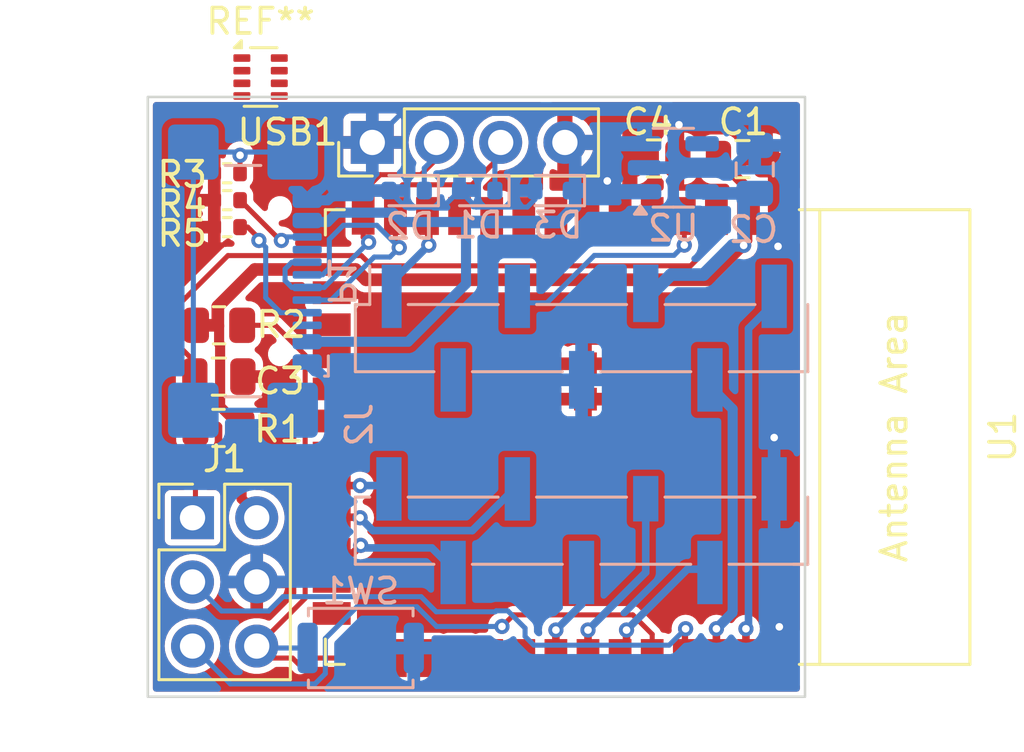
<source format=kicad_pcb>
(kicad_pcb (version 20240108) (generator "pcbnew") (generator_version "8.0")
  (title_block (comment 4 "AISLER Project ID: KAHHELQO"))
  (layers (0 "F.Cu" signal) (31 "B.Cu" signal) (34 "B.Paste" user) (35 "F.Paste" user) (36 "B.SilkS" user "B.Silkscreen") (37 "F.SilkS" user "F.Silkscreen") (38 "B.Mask" user) (39 "F.Mask" user) (44 "Edge.Cuts" user))
  (net 0 "")
  (net 1 "GND")
  (net 2 "EN")
  (net 3 "+3.3V")
  (net 4 "USB_D-")
  (net 5 "USB_D+")
  (net 6 "Vusb")
  (net 7 "LED")
  (net 9 "INH")
  (net 10 "ALERT")
  (net 11 "ADC_Vin")
  (net 12 "NTC")
  (net 13 "SD")
  (net 14 "INL")
  (net 15 "SDA")
  (net 16 "SCL")
  (net 17 "BflowSD")
  (net 18 "IO0")
  (net 19 "TX")
  (net 20 "RX")
  (net 21 "SPIQ")
  (net 24 "SPICLK")
  (net 26 "SPID")
  (net 34 "SPICS")
  (net 41 "Net-(P1-SHIELD)")
  (net 42 "Net-(P1-VCONN)")
  (net 43 "Net-(P1-CC)")
  (footprint "Connector_PinHeader_2.54mm:PinHeader_1x04_P2.54mm_Vertical" (layer "F.Cu") (at 102.7176 39.37 90)
    (property "Reference" "USB1" (at 0.4064 -3.3528 180) (layer "F.SilkS"))
    (property "Value" "USBConn_01x04_Pin")
    (fp_line (start -1.33 -1.33) (end 0 -1.33) (stroke (width 0.12)) (layer "F.SilkS"))
    (fp_line (start -1.33 0) (end -1.33 -1.33) (stroke (width 0.12)) (layer "F.SilkS"))
    (fp_line (start 1.33 1.27) (end 1.33 8.95) (stroke (width 0.12)) (layer "F.SilkS"))
    (fp_line (start -1.33 1.27) (end 1.33 1.27) (stroke (width 0.12)) (layer "F.SilkS"))
    (fp_line (start -1.33 1.27) (end -1.33 8.95) (stroke (width 0.12)) (layer "F.SilkS"))
    (fp_line (start -1.33 8.95) (end 1.33 8.95) (stroke (width 0.12)) (layer "F.SilkS"))
    (pad "1" thru_hole rect (at 0 0 90) (size 1.7 1.7) (drill 1) (layers "*.Cu" "*.Mask") (net 1 "GND"))
    (pad "2" thru_hole oval (at 0 2.54 90) (size 1.7 1.7) (drill 1) (layers "*.Cu" "*.Mask") (net 5 "USB_D+"))
    (pad "3" thru_hole oval (at 0 5.08 90) (size 1.7 1.7) (drill 1) (layers "*.Cu" "*.Mask") (net 4 "USB_D-"))
    (pad "4" thru_hole oval (at 0 7.62 90) (size 1.7 1.7) (drill 1) (layers "*.Cu" "*.Mask") (net 6 "Vusb"))
  )
  (footprint "Capacitor_SMD:C_0805_2012Metric" (layer "F.Cu") (at 96.647 48.641 180)
    (property "Reference" "C3" (at -2.413 -0.1778 0) (layer "F.SilkS"))
    (property "Value" "1uF, 16V")
    (fp_line (start -0.261252 0.735) (end 0.261252 0.735) (stroke (width 0.12)) (layer "F.SilkS"))
    (fp_line (start -0.261252 -0.735) (end 0.261252 -0.735) (stroke (width 0.12)) (layer "F.SilkS"))
    (pad "1" smd roundrect (at -0.95 0 180) (size 1 1.45) (layers "F.Cu" "F.Paste" "F.Mask") (net 1 "GND"))
    (pad "2" smd roundrect (at 0.95 0 180) (size 1 1.45) (layers "F.Cu" "F.Paste" "F.Mask") (net 2 "EN"))
  )
  (footprint "Capacitor_SMD:C_0805_2012Metric" (layer "F.Cu") (at 113.858 40.005)
    (property "Reference" "C4" (at -0.2184 -1.4478 180) (layer "F.SilkS"))
    (property "Value" "1uF, 16V")
    (fp_line (start -0.261252 -0.735) (end 0.261252 -0.735) (stroke (width 0.12)) (layer "F.SilkS"))
    (fp_line (start -0.261252 0.735) (end 0.261252 0.735) (stroke (width 0.12)) (layer "F.SilkS"))
    (pad "1" smd roundrect (at -0.95 0) (size 1 1.45) (layers "F.Cu" "F.Paste" "F.Mask") (net 6 "Vusb"))
    (pad "2" smd roundrect (at 0.95 0) (size 1 1.45) (layers "F.Cu" "F.Paste" "F.Mask") (net 1 "GND"))
  )
  (footprint "open-pe:ESP32-S3-WROOM-1-noPIN15" (layer "F.Cu") (at 110.612 51.033 -90)
    (property "Reference" "U1" (at 0 -17.05 90) (layer "F.SilkS"))
    (property "Value" "ESP32-S3-WROOM-1")
    (fp_line (start -9 9.75) (end -8 9.75) (stroke (width 0.12)) (layer "F.SilkS"))
    (fp_line (start 9 9.75) (end 8 9.75) (stroke (width 0.12)) (layer "F.SilkS"))
    (fp_line (start -9 9) (end -9 9.75) (stroke (width 0.12)) (layer "F.SilkS"))
    (fp_line (start 9 9) (end 9 9.75) (stroke (width 0.12)) (layer "F.SilkS"))
    (fp_line (start 9 -9.81) (end -9 -9.81) (stroke (width 0.12)) (layer "F.SilkS"))
    (fp_line (start -9 -15.75) (end -9 -9) (stroke (width 0.12)) (layer "F.SilkS"))
    (fp_line (start -9 -15.75) (end 9 -15.75) (stroke (width 0.12)) (layer "F.SilkS"))
    (fp_line (start 9 -15.75) (end 9 -9) (stroke (width 0.12)) (layer "F.SilkS"))
    (fp_text user "Antenna Area" (at 0 -12.75 90) (layer "F.SilkS"))
    (pad "1" smd rect (at -8.75 -8.26 270) (size 1.5 0.9) (layers "F.Cu" "F.Paste" "F.Mask") (net 1 "GND"))
    (pad "2" smd rect (at -8.75 -6.99 270) (size 1.5 0.9) (layers "F.Cu" "F.Paste" "F.Mask") (net 3 "+3.3V"))
    (pad "3" smd rect (at -8.75 -5.72 270) (size 1.5 0.9) (layers "F.Cu" "F.Paste" "F.Mask") (net 2 "EN"))
    (pad "4" smd rect (at -8.75 -4.45 270) (size 1.5 0.9) (layers "F.Cu" "F.Paste" "F.Mask") (net 11 "ADC_Vin"))
    (pad "5" smd rect (at -8.75 -3.18 270) (size 1.5 0.9) (layers "F.Cu" "F.Paste" "F.Mask"))
    (pad "6" smd rect (at -8.75 -1.91 270) (size 1.5 0.9) (layers "F.Cu" "F.Paste" "F.Mask"))
    (pad "7" smd rect (at -8.75 -0.64 270) (size 1.5 0.9) (layers "F.Cu" "F.Paste" "F.Mask"))
    (pad "8" smd rect (at -8.75 0.63 270) (size 1.5 0.9) (layers "F.Cu" "F.Paste" "F.Mask"))
    (pad "9" smd rect (at -8.75 1.9 270) (size 1.5 0.9) (layers "F.Cu" "F.Paste" "F.Mask"))
    (pad "10" smd rect (at -8.75 3.17 270) (size 1.5 0.9) (layers "F.Cu" "F.Paste" "F.Mask"))
    (pad "11" smd rect (at -8.75 4.44 270) (size 1.5 0.9) (layers "F.Cu" "F.Paste" "F.Mask"))
    (pad "12" smd rect (at -8.75 5.71 270) (size 1.5 0.9) (layers "F.Cu" "F.Paste" "F.Mask") (net 12 "NTC"))
    (pad "13" smd rect (at -8.75 6.98 270) (size 1.5 0.9) (layers "F.Cu" "F.Paste" "F.Mask") (net 4 "USB_D-"))
    (pad "14" smd rect (at -8.763 8.255 270) (size 1.5 0.9) (layers "F.Cu" "F.Paste" "F.Mask") (net 5 "USB_D+"))
    (pad "16" smd rect (at -5.715 9.5) (size 1.5 0.9) (layers "F.Cu" "F.Paste" "F.Mask") (net 1 "GND"))
    (pad "17" smd rect (at -4.445 9.5) (size 1.5 0.9) (layers "F.Cu" "F.Paste" "F.Mask"))
    (pad "18" smd rect (at -3.175 9.5) (size 1.5 0.9) (layers "F.Cu" "F.Paste" "F.Mask") (net 34 "SPICS"))
    (pad "19" smd rect (at -1.905 9.5) (size 1.5 0.9) (layers "F.Cu" "F.Paste" "F.Mask") (net 26 "SPID"))
    (pad "20" smd rect (at -0.635 9.5) (size 1.5 0.9) (layers "F.Cu" "F.Paste" "F.Mask") (net 24 "SPICLK"))
    (pad "21" smd rect (at 0.635 9.5) (size 1.5 0.9) (layers "F.Cu" "F.Paste" "F.Mask") (net 21 "SPIQ"))
    (pad "22" smd rect (at 1.905 9.5) (size 1.5 0.9) (layers "F.Cu" "F.Paste" "F.Mask") (net 14 "INL"))
    (pad "23" smd rect (at 3.175 9.5) (size 1.5 0.9) (layers "F.Cu" "F.Paste" "F.Mask") (net 9 "INH"))
    (pad "24" smd rect (at 4.445 9.5) (size 1.5 0.9) (layers "F.Cu" "F.Paste" "F.Mask") (net 13 "SD"))
    (pad "25" smd rect (at 5.715 9.5) (size 1.5 0.9) (layers "F.Cu" "F.Paste" "F.Mask"))
    (pad "26" smd rect (at 6.985 9.5) (size 1.5 0.9) (layers "F.Cu" "F.Paste" "F.Mask"))
    (pad "27" smd rect (at 8.75 8.25 90) (size 1.5 0.9) (layers "F.Cu" "F.Paste" "F.Mask") (net 18 "IO0"))
    (pad "28" smd rect (at 8.75 6.98 90) (size 1.5 0.9) (layers "F.Cu" "F.Paste" "F.Mask"))
    (pad "29" smd rect (at 8.75 5.71 90) (size 1.5 0.9) (layers "F.Cu" "F.Paste" "F.Mask"))
    (pad "30" smd rect (at 8.75 4.44 90) (size 1.5 0.9) (layers "F.Cu" "F.Paste" "F.Mask"))
    (pad "31" smd rect (at 8.75 3.17 90) (size 1.5 0.9) (layers "F.Cu" "F.Paste" "F.Mask"))
    (pad "32" smd rect (at 8.75 1.9 90) (size 1.5 0.9) (layers "F.Cu" "F.Paste" "F.Mask"))
    (pad "33" smd rect (at 8.75 0.63 90) (size 1.5 0.9) (layers "F.Cu" "F.Paste" "F.Mask") (net 17 "BflowSD"))
    (pad "34" smd rect (at 8.75 -0.64 90) (size 1.5 0.9) (layers "F.Cu" "F.Paste" "F.Mask") (net 10 "ALERT"))
    (pad "35" smd rect (at 8.75 -1.91 90) (size 1.5 0.9) (layers "F.Cu" "F.Paste" "F.Mask") (net 15 "SDA"))
    (pad "36" smd rect (at 8.75 -3.18 90) (size 1.5 0.9) (layers "F.Cu" "F.Paste" "F.Mask") (net 20 "RX"))
    (pad "37" smd rect (at 8.75 -4.45 90) (size 1.5 0.9) (layers "F.Cu" "F.Paste" "F.Mask") (net 19 "TX"))
    (pad "38" smd rect (at 8.75 -5.72 90) (size 1.5 0.9) (layers "F.Cu" "F.Paste" "F.Mask") (net 16 "SCL"))
    (pad "39" smd rect (at 8.75 -6.99 90) (size 1.5 0.9) (layers "F.Cu" "F.Paste" "F.Mask") (net 7 "LED"))
    (pad "40" smd rect (at 8.75 -8.26 90) (size 1.5 0.9) (layers "F.Cu" "F.Paste" "F.Mask") (net 1 "GND"))
    (pad "41" smd rect (at -2.9 -1.94 90) (size 0.9 0.9) (layers "F.Cu" "F.Paste" "F.Mask") (net 1 "GND"))
    (pad "41" smd rect (at -2.9 -0.54 90) (size 0.9 0.9) (layers "F.Cu" "F.Paste" "F.Mask") (net 1 "GND"))
    (pad "41" smd rect (at -2.9 0.86 90) (size 0.9 0.9) (layers "F.Cu" "F.Paste" "F.Mask") (net 1 "GND"))
    (pad "41" smd rect (at -2.9 0.86 90) (size 0.9 0.9) (layers "F.Cu" "F.Paste" "F.Mask") (net 1 "GND"))
    (pad "41" smd rect (at -1.5 -1.94 90) (size 0.9 0.9) (layers "F.Cu" "F.Paste" "F.Mask") (net 1 "GND"))
    (pad "41" smd rect (at -1.5 -1.94 90) (size 0.9 0.9) (layers "F.Cu" "F.Paste" "F.Mask") (net 1 "GND"))
    (pad "41" smd rect (at -1.5 -0.54 90) (size 0.9 0.9) (layers "F.Cu" "F.Paste" "F.Mask") (net 1 "GND"))
    (pad "41" smd rect (at -1.5 0.86 90) (size 0.9 0.9) (layers "F.Cu" "F.Paste" "F.Mask") (net 1 "GND"))
    (pad "41" smd rect (at -0.1 -1.94 90) (size 0.9 0.9) (layers "F.Cu" "F.Paste" "F.Mask") (net 1 "GND"))
    (pad "41" smd rect (at -0.1 -0.54 90) (size 0.9 0.9) (layers "F.Cu" "F.Paste" "F.Mask") (net 1 "GND"))
    (pad "41" smd rect (at -0.1 0.86 90) (size 0.9 0.9) (layers "F.Cu" "F.Paste" "F.Mask") (net 1 "GND"))
    (zone (net 0) (net_name "") (layers "*.Cu") (name "antenna keepout") (connect_pads (clearance 0)) (min_thickness 0.254)
      (keepout (tracks not_allowed) (vias not_allowed) (pads not_allowed) (copperpour not_allowed) (footprints not_allowed))
      (fill (thermal_gap 0.508) (thermal_bridge_width 0.508))
      (polygon (pts (xy 120.412 60.033) (xy 120.412 42.033) (xy 126.362 42.033) (xy 126.362 60.033)))
    )
  )
  (footprint "Resistor_SMD:R_0805_2012Metric" (layer "F.Cu") (at 96.6337 50.673 180)
    (property "Reference" "R1" (at -2.3895 -0.0508 0) (layer "F.SilkS"))
    (property "Value" "10k")
    (fp_line (start -0.227064 0.735) (end 0.227064 0.735) (stroke (width 0.12)) (layer "F.SilkS"))
    (fp_line (start -0.227064 -0.735) (end 0.227064 -0.735) (stroke (width 0.12)) (layer "F.SilkS"))
    (pad "1" smd roundrect (at -0.9125 0 180) (size 1.025 1.4) (layers "F.Cu" "F.Paste" "F.Mask") (roundrect_rratio 0.243902) (net 3 "+3.3V"))
    (pad "2" smd roundrect (at 0.9125 0 180) (size 1.025 1.4) (layers "F.Cu" "F.Paste" "F.Mask") (roundrect_rratio 0.243902) (net 2 "EN"))
  )
  (footprint "Resistor_SMD:R_0402_1005Metric" (layer "F.Cu") (at 96.9772 42.7228 180)
    (property "Reference" "R5" (at 1.778 -0.254 0) (layer "F.SilkS"))
    (property "Value" "5k1R 1%")
    (fp_line (start -0.153641 0.38) (end 0.153641 0.38) (stroke (width 0.12)) (layer "F.SilkS"))
    (fp_line (start -0.153641 -0.38) (end 0.153641 -0.38) (stroke (width 0.12)) (layer "F.SilkS"))
    (pad "1" smd roundrect (at -0.51 0 180) (size 0.54 0.64) (layers "F.Cu" "F.Paste" "F.Mask") (net 43 "Net-(P1-CC)"))
    (pad "2" smd roundrect (at 0.51 0 180) (size 0.54 0.64) (layers "F.Cu" "F.Paste" "F.Mask") (net 1 "GND"))
  )
  (footprint "Package_TO_SOT_SMD:SOT-583-8" (layer "F.Cu") (at 98.298 36.7792)
    (property "Reference" "REF**" (at 0 -2.2 0) (layer "F.SilkS"))
    (property "Value" "SOT-583-8")
    (fp_line (start 0.65 -1.16) (end -0.4 -1.16) (stroke (width 0.12)) (layer "F.SilkS"))
    (fp_line (start 0.65 1.16) (end -0.65 1.16) (stroke (width 0.12)) (layer "F.SilkS"))
    (fp_poly (pts (xy -0.76 -1.16) (xy -1.04 -1.16) (xy -0.76 -1.44) (xy -0.76 -1.16)) (stroke (width 0.12)) (fill solid) (layer "F.SilkS"))
    (pad "1" smd roundrect (at -0.74 -0.75) (size 0.67 0.3) (layers "F.Cu" "F.Paste" "F.Mask") (roundrect_rratio 0.1666666667))
    (pad "2" smd roundrect (at -0.74 -0.25) (size 0.67 0.3) (layers "F.Cu" "F.Paste" "F.Mask") (roundrect_rratio 0.1666666667))
    (pad "3" smd roundrect (at -0.74 0.25) (size 0.67 0.3) (layers "F.Cu" "F.Paste" "F.Mask") (roundrect_rratio 0.1666666667))
    (pad "4" smd roundrect (at -0.74 0.75) (size 0.67 0.3) (layers "F.Cu" "F.Paste" "F.Mask") (roundrect_rratio 0.1666666667))
    (pad "5" smd roundrect (at 0.74 0.75) (size 0.67 0.3) (layers "F.Cu" "F.Paste" "F.Mask") (roundrect_rratio 0.1666666667))
    (pad "6" smd roundrect (at 0.74 0.25) (size 0.67 0.3) (layers "F.Cu" "F.Paste" "F.Mask") (roundrect_rratio 0.1666666667))
    (pad "7" smd roundrect (at 0.74 -0.25) (size 0.67 0.3) (layers "F.Cu" "F.Paste" "F.Mask") (roundrect_rratio 0.1666666667))
    (pad "8" smd roundrect (at 0.74 -0.75) (size 0.67 0.3) (layers "F.Cu" "F.Paste" "F.Mask") (roundrect_rratio 0.1666666667))
  )
  (footprint "Resistor_SMD:R_0402_1005Metric" (layer "F.Cu") (at 96.9752 40.5892 180)
    (property "Reference" "R3" (at 1.776 -0.0508 0) (layer "F.SilkS"))
    (property "Value" "0")
    (fp_line (start -0.153641 0.38) (end 0.153641 0.38) (stroke (width 0.12)) (layer "F.SilkS"))
    (fp_line (start -0.153641 -0.38) (end 0.153641 -0.38) (stroke (width 0.12)) (layer "F.SilkS"))
    (pad "1" smd roundrect (at -0.51 0 180) (size 0.54 0.64) (layers "F.Cu" "F.Paste" "F.Mask") (net 41 "Net-(P1-SHIELD)"))
    (pad "2" smd roundrect (at 0.51 0 180) (size 0.54 0.64) (layers "F.Cu" "F.Paste" "F.Mask") (net 1 "GND"))
  )
  (footprint "Capacitor_SMD:C_0805_2012Metric" (layer "F.Cu") (at 117.3632 40.0304 180)
    (property "Reference" "C1" (at -0.0356 1.4732 0) (layer "F.SilkS"))
    (property "Value" "100nF, 25V")
    (fp_line (start -0.261252 0.735) (end 0.261252 0.735) (stroke (width 0.12)) (layer "F.SilkS"))
    (fp_line (start -0.261252 -0.735) (end 0.261252 -0.735) (stroke (width 0.12)) (layer "F.SilkS"))
    (pad "1" smd roundrect (at -0.95 0 180) (size 1 1.45) (layers "F.Cu" "F.Paste" "F.Mask") (net 1 "GND"))
    (pad "2" smd roundrect (at 0.95 0 180) (size 1 1.45) (layers "F.Cu" "F.Paste" "F.Mask") (net 3 "+3.3V"))
  )
  (footprint "Resistor_SMD:R_0805_2012Metric" (layer "F.Cu") (at 96.6572 46.609)
    (property "Reference" "R2" (at 2.4536 -0.0254 0) (layer "F.SilkS"))
    (property "Value" "10k")
    (fp_line (start -0.227064 -0.735) (end 0.227064 -0.735) (stroke (width 0.12)) (layer "F.SilkS"))
    (fp_line (start -0.227064 0.735) (end 0.227064 0.735) (stroke (width 0.12)) (layer "F.SilkS"))
    (pad "1" smd roundrect (at -0.9125 0) (size 1.025 1.4) (layers "F.Cu" "F.Paste" "F.Mask") (roundrect_rratio 0.243902) (net 3 "+3.3V"))
    (pad "2" smd roundrect (at 0.9125 0) (size 1.025 1.4) (layers "F.Cu" "F.Paste" "F.Mask") (roundrect_rratio 0.243902) (net 18 "IO0"))
  )
  (footprint "Connector_PinHeader_2.54mm:PinHeader_2x03_P2.54mm_Vertical" (layer "F.Cu") (at 95.6056 54.229)
    (property "Reference" "J1" (at 1.27 -2.33 0) (layer "F.SilkS"))
    (property "Value" "Conn_02x03_ESP_PROG")
    (fp_line (start -1.33 -1.33) (end 0 -1.33) (stroke (width 0.12)) (layer "F.SilkS"))
    (fp_line (start -1.33 0) (end -1.33 -1.33) (stroke (width 0.12)) (layer "F.SilkS"))
    (fp_line (start -1.33 1.27) (end -1.33 6.41) (stroke (width 0.12)) (layer "F.SilkS"))
    (fp_line (start -1.33 1.27) (end 1.27 1.27) (stroke (width 0.12)) (layer "F.SilkS"))
    (fp_line (start -1.33 6.41) (end 3.87 6.41) (stroke (width 0.12)) (layer "F.SilkS"))
    (fp_line (start 1.27 -1.33) (end 3.87 -1.33) (stroke (width 0.12)) (layer "F.SilkS"))
    (fp_line (start 1.27 1.27) (end 1.27 -1.33) (stroke (width 0.12)) (layer "F.SilkS"))
    (fp_line (start 3.87 -1.33) (end 3.87 6.41) (stroke (width 0.12)) (layer "F.SilkS"))
    (pad "1" thru_hole rect (at 0 0) (size 1.7 1.7) (drill 1) (layers "*.Cu" "*.Mask") (net 2 "EN"))
    (pad "2" thru_hole oval (at 2.54 0) (size 1.7 1.7) (drill 1) (layers "*.Cu" "*.Mask") (net 3 "+3.3V"))
    (pad "3" thru_hole oval (at 0 2.54) (size 1.7 1.7) (drill 1) (layers "*.Cu" "*.Mask") (net 19 "TX"))
    (pad "4" thru_hole oval (at 2.54 2.54) (size 1.7 1.7) (drill 1) (layers "*.Cu" "*.Mask") (net 1 "GND"))
    (pad "5" thru_hole oval (at 0 5.08) (size 1.7 1.7) (drill 1) (layers "*.Cu" "*.Mask") (net 20 "RX"))
    (pad "6" thru_hole oval (at 2.54 5.08) (size 1.7 1.7) (drill 1) (layers "*.Cu" "*.Mask") (net 18 "IO0"))
  )
  (footprint "Resistor_SMD:R_0402_1005Metric" (layer "F.Cu") (at 96.9772 41.656 180)
    (property "Reference" "R4" (at 1.778 -0.1524 0) (layer "F.SilkS"))
    (property "Value" "5k1R 1%")
    (fp_line (start -0.153641 0.38) (end 0.153641 0.38) (stroke (width 0.12)) (layer "F.SilkS"))
    (fp_line (start -0.153641 -0.38) (end 0.153641 -0.38) (stroke (width 0.12)) (layer "F.SilkS"))
    (pad "1" smd roundrect (at -0.51 0 180) (size 0.54 0.64) (layers "F.Cu" "F.Paste" "F.Mask") (net 42 "Net-(P1-VCONN)"))
    (pad "2" smd roundrect (at 0.51 0 180) (size 0.54 0.64) (layers "F.Cu" "F.Paste" "F.Mask") (net 1 "GND"))
  )
  (footprint "Button_Switch_SMD:SW_Push_SPST_NO_Alps_SKRK" (layer "B.Cu") (at 102.2604 59.3852 180)
    (property "Reference" "SW1" (at 0 2.25 0) (layer "B.SilkS") (effects (justify mirror)))
    (property "Value" "TS-1088-AR02016")
    (fp_line (start 2.07 1.57) (end -2.07 1.57) (stroke (width 0.12)) (layer "B.SilkS"))
    (fp_line (start 2.07 1.27) (end 2.07 1.57) (stroke (width 0.12)) (layer "B.SilkS"))
    (fp_line (start 2.07 -1.57) (end 2.07 -1.27) (stroke (width 0.12)) (layer "B.SilkS"))
    (fp_line (start -2.07 1.57) (end -2.07 1.27) (stroke (width 0.12)) (layer "B.SilkS"))
    (fp_line (start -2.07 -1.27) (end -2.07 -1.57) (stroke (width 0.12)) (layer "B.SilkS"))
    (fp_line (start -2.07 -1.57) (end 2.07 -1.57) (stroke (width 0.12)) (layer "B.SilkS"))
    (pad "1" smd roundrect (at -2.1 0 180) (size 0.8 2) (layers "B.Cu" "B.Paste" "B.Mask") (net 1 "GND"))
    (pad "2" smd roundrect (at 2.1 0 180) (size 0.8 2) (layers "B.Cu" "B.Paste" "B.Mask") (net 18 "IO0"))
  )
  (footprint "Diode_SMD:D_SOD-523" (layer "B.Cu") (at 106.869 41.275 180)
    (property "Reference" "D1" (at -0.0396 -1.3716 0) (layer "B.SilkS") (effects (justify mirror)))
    (property "Value" "LESD5D5.0CT1G")
    (fp_line (start -1.26 0.6) (end 0.7 0.6) (stroke (width 0.12)) (layer "B.SilkS"))
    (fp_line (start -1.26 -0.6) (end 0.7 -0.6) (stroke (width 0.12)) (layer "B.SilkS"))
    (fp_line (start -1.26 -0.6) (end -1.26 0.6) (stroke (width 0.12)) (layer "B.SilkS"))
    (pad "1" smd roundrect (at -0.7 0) (size 0.6 0.7) (layers "B.Cu" "B.Paste" "B.Mask") (net 4 "USB_D-"))
    (pad "2" smd roundrect (at 0.7 0) (size 0.6 0.7) (layers "B.Cu" "B.Paste" "B.Mask") (net 1 "GND"))
  )
  (footprint "Diode_SMD:D_SOD-523" (layer "B.Cu") (at 104.075 41.275 180)
    (property "Reference" "D2" (at -0.1412 -1.4224 0) (layer "B.SilkS") (effects (justify mirror)))
    (property "Value" "LESD5D5.0CT1G")
    (fp_line (start -1.26 0.6) (end 0.7 0.6) (stroke (width 0.12)) (layer "B.SilkS"))
    (fp_line (start -1.26 -0.6) (end 0.7 -0.6) (stroke (width 0.12)) (layer "B.SilkS"))
    (fp_line (start -1.26 -0.6) (end -1.26 0.6) (stroke (width 0.12)) (layer "B.SilkS"))
    (pad "1" smd roundrect (at -0.7 0) (size 0.6 0.7) (layers "B.Cu" "B.Paste" "B.Mask") (net 5 "USB_D+"))
    (pad "2" smd roundrect (at 0.7 0) (size 0.6 0.7) (layers "B.Cu" "B.Paste" "B.Mask") (net 1 "GND"))
  )
  (footprint "Capacitor_SMD:C_0805_2012Metric" (layer "B.Cu") (at 117.8484 40.4368 90)
    (property "Reference" "C2" (at -2.3876 -0.0508 180) (layer "B.SilkS") (effects (justify mirror)))
    (property "Value" "1uF, 16V")
    (fp_line (start 0.261252 -0.735) (end -0.261252 -0.735) (stroke (width 0.12)) (layer "B.SilkS"))
    (fp_line (start 0.261252 0.735) (end -0.261252 0.735) (stroke (width 0.12)) (layer "B.SilkS"))
    (pad "1" smd roundrect (at -0.95 0 90) (size 1 1.45) (layers "B.Cu" "B.Paste" "B.Mask") (net 3 "+3.3V"))
    (pad "2" smd roundrect (at 0.95 0 90) (size 1 1.45) (layers "B.Cu" "B.Paste" "B.Mask") (net 1 "GND"))
  )
  (footprint "Package_TO_SOT_SMD:SOT-23-5" (layer "B.Cu") (at 114.6281 40.3708)
    (property "Reference" "U2" (at 0 2.4 0) (layer "B.SilkS") (effects (justify mirror)))
    (property "Value" "TLV70233_SOT23-5")
    (fp_line (start -0.8 -1.56) (end 0 -1.56) (stroke (width 0.12)) (layer "B.SilkS"))
    (fp_line (start -0.8 1.56) (end 0 1.56) (stroke (width 0.12)) (layer "B.SilkS"))
    (fp_line (start 0.8 -1.56) (end 0 -1.56) (stroke (width 0.12)) (layer "B.SilkS"))
    (fp_line (start 0.8 1.56) (end 0 1.56) (stroke (width 0.12)) (layer "B.SilkS"))
    (fp_poly (pts (xy -1.3 1.51) (xy -1.54 1.84) (xy -1.06 1.84) (xy -1.3 1.51)) (stroke (width 0.12)) (fill solid) (layer "B.SilkS"))
    (pad "1" smd roundrect (at -1.1375 0.95) (size 1.325 0.6) (layers "B.Cu" "B.Paste" "B.Mask") (net 6 "Vusb"))
    (pad "2" smd roundrect (at -1.1375 0) (size 1.325 0.6) (layers "B.Cu" "B.Paste" "B.Mask") (net 1 "GND"))
    (pad "3" smd roundrect (at -1.1375 -0.95) (size 1.325 0.6) (layers "B.Cu" "B.Paste" "B.Mask") (net 6 "Vusb"))
    (pad "4" smd roundrect (at 1.1375 -0.95) (size 1.325 0.6) (layers "B.Cu" "B.Paste" "B.Mask"))
    (pad "5" smd roundrect (at 1.1375 0.95) (size 1.325 0.6) (layers "B.Cu" "B.Paste" "B.Mask") (net 3 "+3.3V"))
  )
  (footprint "open-pe:PinHeader_2x07_P2.54mm_Vertical_SMD_Pin1Left_1" (layer "B.Cu") (at 110.965 47.117 -90)
    (property "Reference" "J2" (at 3.429 8.763 90) (layer "B.SilkS") (effects (justify mirror)))
    (property "Value" "Conn_02x07_Odd_Even")
    (fp_line (start 8.954 8.919) (end 6.294 8.919) (stroke (width 0.12)) (layer "B.SilkS"))
    (fp_line (start 1.33 8.917) (end -1.33 8.917) (stroke (width 0.12)) (layer "B.SilkS"))
    (fp_line (start 6.294 8.349) (end 6.294 8.919) (stroke (width 0.12)) (layer "B.SilkS"))
    (fp_line (start -2.85 8.347) (end -1.33 8.347) (stroke (width 0.12)) (layer "B.SilkS"))
    (fp_line (start -1.33 8.347) (end -1.33 8.917) (stroke (width 0.12)) (layer "B.SilkS"))
    (fp_line (start 8.954 5.809) (end 8.954 8.919) (stroke (width 0.12)) (layer "B.SilkS"))
    (fp_line (start 1.33 5.807) (end 1.33 8.917) (stroke (width 0.12)) (layer "B.SilkS"))
    (fp_line (start 6.294 3.269) (end 6.294 6.829) (stroke (width 0.12)) (layer "B.SilkS"))
    (fp_line (start -1.33 3.267) (end -1.33 6.827) (stroke (width 0.12)) (layer "B.SilkS"))
    (fp_line (start 8.954 0.729) (end 8.954 4.289) (stroke (width 0.12)) (layer "B.SilkS"))
    (fp_line (start 1.33 0.727) (end 1.33 4.287) (stroke (width 0.12)) (layer "B.SilkS"))
    (fp_line (start 6.294 -1.811) (end 6.294 1.749) (stroke (width 0.12)) (layer "B.SilkS"))
    (fp_line (start -1.33 -1.813) (end -1.33 1.747) (stroke (width 0.12)) (layer "B.SilkS"))
    (fp_line (start 8.954 -4.351) (end 8.954 -0.791) (stroke (width 0.12)) (layer "B.SilkS"))
    (fp_line (start 1.33 -4.353) (end 1.33 -0.793) (stroke (width 0.12)) (layer "B.SilkS"))
    (fp_line (start 6.294 -6.891) (end 6.294 -3.331) (stroke (width 0.12)) (layer "B.SilkS"))
    (fp_line (start -1.33 -6.893) (end -1.33 -3.333) (stroke (width 0.12)) (layer "B.SilkS"))
    (fp_line (start 8.954 -8.981) (end 8.954 -5.871) (stroke (width 0.12)) (layer "B.SilkS"))
    (fp_line (start 8.954 -8.981) (end 8.954 -8.411) (stroke (width 0.12)) (layer "B.SilkS"))
    (fp_line (start 8.954 -8.981) (end 6.294 -8.981) (stroke (width 0.12)) (layer "B.SilkS"))
    (fp_line (start 1.33 -8.983) (end 1.33 -5.873) (stroke (width 0.12)) (layer "B.SilkS"))
    (fp_line (start 1.33 -8.983) (end 1.33 -8.413) (stroke (width 0.12)) (layer "B.SilkS"))
    (fp_line (start 1.33 -8.983) (end -1.33 -8.983) (stroke (width 0.12)) (layer "B.SilkS"))
    (pad "1" smd rect (at -1.655 -7.653 270) (size 2.51 1) (layers "B.Cu" "B.Paste" "B.Mask") (net 7 "LED"))
    (pad "2" smd rect (at 5.969 -7.651 270) (size 2.51 1) (layers "B.Cu" "B.Paste" "B.Mask") (net 1 "GND"))
    (pad "3" smd rect (at 1.655 -5.113 270) (size 2.51 1) (layers "B.Cu" "B.Paste" "B.Mask") (net 16 "SCL"))
    (pad "4" smd rect (at 9.279 -5.111 270) (size 2.51 1) (layers "B.Cu" "B.Paste" "B.Mask") (net 15 "SDA"))
    (pad "5" smd rect (at -1.7725 -2.573 270) (size 2.275 1) (layers "B.Cu" "B.Paste" "B.Mask") (net 3 "+3.3V"))
    (pad "6" smd rect (at 6.358 -2.571 270) (size 1.8 1) (layers "B.Cu" "B.Paste" "B.Mask") (net 10 "ALERT"))
    (pad "7" smd rect (at 1.651 -0.033 270) (size 2.286 1) (layers "B.Cu" "B.Paste" "B.Mask") (net 1 "GND"))
    (pad "8" smd rect (at 9.279 -0.031 270) (size 2.51 1) (layers "B.Cu" "B.Paste" "B.Mask") (net 17 "BflowSD"))
    (pad "9" smd rect (at -1.655 2.507 270) (size 2.51 1) (layers "B.Cu" "B.Paste" "B.Mask") (net 11 "ADC_Vin"))
    (pad "10" smd rect (at 5.969 2.509 270) (size 2.51 1) (layers "B.Cu" "B.Paste" "B.Mask") (net 9 "INH"))
    (pad "11" smd rect (at 1.655 5.047 270) (size 2.51 1) (layers "B.Cu" "B.Paste" "B.Mask"))
    (pad "12" smd rect (at 9.279 5.049 270) (size 2.51 1) (layers "B.Cu" "B.Paste" "B.Mask") (net 13 "SD"))
    (pad "13" smd rect (at -1.655 7.4805 270) (size 2.51 0.787) (layers "B.Cu" "B.Paste" "B.Mask") (net 12 "NTC"))
    (pad "14" smd rect (at 5.969 7.589 270) (size 2.51 1) (layers "B.Cu" "B.Paste" "B.Mask") (net 14 "INL"))
  )
  (footprint "Diode_SMD:D_SOD-523" (layer "B.Cu") (at 109.855 41.275 180)
    (property "Reference" "D3" (at -0.2032 -1.3716 0) (layer "B.SilkS") (effects (justify mirror)))
    (property "Value" "LESD5D5.0CT1G")
    (fp_line (start -1.26 0.6) (end 0.7 0.6) (stroke (width 0.12)) (layer "B.SilkS"))
    (fp_line (start -1.26 -0.6) (end 0.7 -0.6) (stroke (width 0.12)) (layer "B.SilkS"))
    (fp_line (start -1.26 -0.6) (end -1.26 0.6) (stroke (width 0.12)) (layer "B.SilkS"))
    (pad "1" smd roundrect (at -0.7 0) (size 0.6 0.7) (layers "B.Cu" "B.Paste" "B.Mask") (net 6 "Vusb"))
    (pad "2" smd roundrect (at 0.7 0) (size 0.6 0.7) (layers "B.Cu" "B.Paste" "B.Mask") (net 1 "GND"))
  )
  (footprint "open-pe:USB_C_Receptacle_GCT_USB4110" (layer "B.Cu") (at 96.463 44.861 90)
    (property "Reference" "P1" (at 0 5.015 -90) (layer "B.SilkS") (effects (justify mirror)))
    (property "Value" "QTGM027")
    (fp_line (start 4.58 1.845) (end 4.58 0.435) (stroke (width 0.12)) (layer "B.SilkS"))
    (fp_line (start -4.58 1.845) (end -4.58 0.435) (stroke (width 0.12)) (layer "B.SilkS"))
    (fp_line (start -3.76 4.365) (end -3.76 4.515) (stroke (width 0.12)) (layer "B.SilkS"))
    (fp_line (start -3.76 4.515) (end -2.96 4.515) (stroke (width 0.12)) (layer "B.SilkS"))
    (pad "" np_thru_hole circle (at -2.89 2.605 90) (size 0.65 0.65) (drill 0.65) (layers "F&B.Cu" "*.Mask"))
    (pad "" np_thru_hole circle (at 2.89 2.605 90) (size 0.65 0.65) (drill 0.65) (layers "F&B.Cu" "*.Mask"))
    (pad "A1" smd roundrect (at -3.2 3.68 90) (size 0.6 1.15) (layers "B.Cu" "B.Paste" "B.Mask") (net 1 "GND"))
    (pad "A4" smd roundrect (at -2.4 3.68 90) (size 0.6 1.15) (layers "B.Cu" "B.Paste" "B.Mask") (net 6 "Vusb"))
    (pad "A5" smd roundrect (at -1.25 3.68 90) (size 0.3 1.15) (layers "B.Cu" "B.Paste" "B.Mask") (net 43 "Net-(P1-CC)"))
    (pad "A6" smd roundrect (at -0.25 3.68 90) (size 0.3 1.15) (layers "B.Cu" "B.Paste" "B.Mask") (net 5 "USB_D+"))
    (pad "A6" smd roundrect (at 0.75 3.675 90) (size 0.3 1.15) (layers "B.Cu" "B.Paste" "B.Mask") (net 5 "USB_D+"))
    (pad "A7" smd roundrect (at -0.75 3.675 90) (size 0.3 1.15) (layers "B.Cu" "B.Paste" "B.Mask") (net 4 "USB_D-"))
    (pad "A7" smd roundrect (at 0.25 3.68 90) (size 0.3 1.15) (layers "B.Cu" "B.Paste" "B.Mask") (net 4 "USB_D-"))
    (pad "A8" smd roundrect (at 1.25 3.68 90) (size 0.3 1.15) (layers "B.Cu" "B.Paste" "B.Mask"))
    (pad "A9" smd roundrect (at 2.4 3.68 90) (size 0.6 1.15) (layers "B.Cu" "B.Paste" "B.Mask") (net 6 "Vusb"))
    (pad "A12" smd roundrect (at 3.2 3.68 90) (size 0.6 1.15) (layers "B.Cu" "B.Paste" "B.Mask") (net 1 "GND"))
    (pad "B1" smd roundrect (at 3.2 3.68 90) (size 0.6 1.15) (layers "B.Cu" "B.Paste" "B.Mask") (net 1 "GND"))
    (pad "B4" smd roundrect (at 2.4 3.68 90) (size 0.6 1.15) (layers "B.Cu" "B.Paste" "B.Mask") (net 6 "Vusb"))
    (pad "B5" smd roundrect (at 1.75 3.68 90) (size 0.3 1.15) (layers "B.Cu" "B.Paste" "B.Mask") (net 42 "Net-(P1-VCONN)"))
    (pad "B8" smd roundrect (at -1.75 3.68 90) (size 0.3 1.15) (layers "B.Cu" "B.Paste" "B.Mask"))
    (pad "B9" smd roundrect (at -2.4 3.68 90) (size 0.6 1.15) (layers "B.Cu" "B.Paste" "B.Mask") (net 6 "Vusb"))
    (pad "B12" smd roundrect (at -3.2 3.68 90) (size 0.6 1.15) (layers "B.Cu" "B.Paste" "B.Mask") (net 1 "GND"))
    (pad "S1" smd roundrect (at -5.11 -0.825 90) (size 2.18 2) (layers "B.Cu" "B.Paste" "B.Mask") (roundrect_rratio 0.125) (net 41 "Net-(P1-SHIELD)"))
    (pad "S1" smd roundrect (at -5.11 3.105 90) (size 2.18 2) (layers "B.Cu" "B.Paste" "B.Mask") (roundrect_rratio 0.125) (net 41 "Net-(P1-SHIELD)"))
    (pad "S1" smd roundrect (at 5.11 -0.825 90) (size 2.18 2) (layers "B.Cu" "B.Paste" "B.Mask") (roundrect_rratio 0.125) (net 41 "Net-(P1-SHIELD)"))
    (pad "S1" smd roundrect (at 5.11 3.105 90) (size 2.18 2) (layers "B.Cu" "B.Paste" "B.Mask") (roundrect_rratio 0.125) (net 41 "Net-(P1-SHIELD)"))
  )
  (gr_rect (start 93.8372 37.5696) (end 119.8372 61.3156) (stroke (width 0.1)) (fill none) (layer "Edge.Cuts"))
  (segment (start 118.618 39.9542) (end 118.618 42.0752) (width 0.5) (layer "F.Cu") (net 1))
  (via (at 118.7704 43.4848) (size 0.6) (drill 0.3) (layers "F.Cu" "B.Cu") (net 1))
  (via (at 114.8512 38.6708) (size 0.6) (drill 0.3) (layers "F.Cu" "B.Cu") (net 1))
  (via (at 118.618 51.054) (size 0.6) (drill 0.3) (layers "F.Cu" "B.Cu") (net 1))
  (via (at 118.8212 58.547) (size 0.6) (drill 0.3) (layers "F.Cu" "B.Cu") (net 1))
  (segment (start 109.155 41.275) (end 109.155 41.624999) (width 0.2) (layer "B.Cu") (net 1))
  (segment (start 116.9644 40.3708) (end 117.8484 39.4868) (width 0.4) (layer "B.Cu") (net 1))
  (segment (start 100.957 41.661) (end 101.1144 41.5036) (width 0.4) (layer "B.Cu") (net 1))
  (segment (start 108.850999 41.929) (end 106.823 41.929) (width 0.2) (layer "B.Cu") (net 1))
  (segment (start 104.029 41.929) (end 103.375 41.275) (width 0.2) (layer "B.Cu") (net 1))
  (segment (start 117.0324 38.6708) (end 117.8484 39.4868) (width 0.5) (layer "B.Cu") (net 1))
  (segment (start 114.4004 38.22) (end 114.8512 38.6708) (width 0.2) (layer "B.Cu") (net 1))
  (segment (start 100.143 41.661) (end 100.957 41.661) (width 0.4) (layer "B.Cu") (net 1))
  (segment (start 102.7176 39.37) (end 103.8676 38.22) (width 0.2) (layer "B.Cu") (net 1))
  (segment (start 103.8676 38.22) (end 114.4004 38.22) (width 0.2) (layer "B.Cu") (net 1))
  (segment (start 109.155 41.624999) (end 108.850999 41.929) (width 0.2) (layer "B.Cu") (net 1))
  (segment (start 118.618 51.054) (end 118.618 52.953) (width 0.3) (layer "B.Cu") (net 1))
  (segment (start 105.515 41.929) (end 104.029 41.929) (width 0.2) (layer "B.Cu") (net 1))
  (segment (start 113.4906 40.3708) (end 116.9644 40.3708) (width 0.4) (layer "B.Cu") (net 1))
  (segment (start 106.823 41.929) (end 106.169 41.275) (width 0.2) (layer "B.Cu") (net 1))
  (segment (start 106.169 41.275) (end 105.515 41.929) (width 0.2) (layer "B.Cu") (net 1))
  (segment (start 114.8512 38.6708) (end 117.0324 38.6708) (width 0.5) (layer "B.Cu") (net 1))
  (segment (start 95.697 48.641) (end 95.697 50.6488) (width 0.2) (layer "F.Cu") (net 2))
  (segment (start 102.285018 43.8492) (end 97.007256 43.8492) (width 0.2) (layer "F.Cu") (net 2))
  (segment (start 95.7212 50.673) (end 95.7212 54.1388) (width 0.2) (layer "F.Cu") (net 2))
  (segment (start 102.691418 44.2556) (end 102.285018 43.8492) (width 0.2) (layer "F.Cu") (net 2))
  (segment (start 94.9322 45.924256) (end 94.9322 47.293744) (width 0.2) (layer "F.Cu") (net 2))
  (segment (start 116.332 42.283) (end 116.332 43.233) (width 0.2) (layer "F.Cu") (net 2))
  (segment (start 97.007256 43.8492) (end 94.9322 45.924256) (width 0.2) (layer "F.Cu") (net 2))
  (segment (start 94.9322 47.293744) (end 95.697 48.058544) (width 0.2) (layer "F.Cu") (net 2))
  (segment (start 115.3094 44.2556) (end 102.691418 44.2556) (width 0.2) (layer "F.Cu") (net 2))
  (segment (start 116.332 43.233) (end 115.3094 44.2556) (width 0.2) (layer "F.Cu") (net 2))
  (segment (start 96.6072 45.862122) (end 96.6072 46.609) (width 0.5) (layer "F.Cu") (net 3))
  (segment (start 96.697 47.374966) (end 96.697 49.8238) (width 0.4) (layer "F.Cu") (net 3))
  (segment (start 96.6572 46.659) (end 96.6572 47.335166) (width 0.4) (layer "F.Cu") (net 3))
  (segment (start 98.070122 44.3992) (end 96.6072 45.862122) (width 0.5) (layer "F.Cu") (net 3))
  (segment (start 97.5462 53.4772) (end 98.298 54.229) (width 0.4) (layer "F.Cu") (net 3))
  (segment (start 117.602 42.283) (end 117.602 43.2548) (width 0.3) (layer "F.Cu") (net 3))
  (segment (start 96.6572 47.335166) (end 96.697 47.374966) (width 0.4) (layer "F.Cu") (net 3))
  (segment (start 117.602 41.2192) (end 117.602 42.283) (width 0.4) (layer "F.Cu") (net 3))
  (segment (start 116.4132 40.0304) (end 117.602 41.2192) (width 0.4) (layer "F.Cu") (net 3))
  (segment (start 96.6072 46.609) (end 96.6572 46.659) (width 0.4) (layer "F.Cu") (net 3))
  (segment (start 116.0512 44.8056) (end 117.4108 43.446) (width 0.4) (layer "F.Cu") (net 3))
  (segment (start 102.4636 44.8056) (end 102.0572 44.3992) (width 0.5) (layer "F.Cu") (net 3))
  (segment (start 96.6072 46.609) (end 95.7447 46.609) (width 0.5) (layer "F.Cu") (net 3))
  (segment (start 117.602 43.2548) (end 117.4108 43.446) (width 0.3) (layer "F.Cu") (net 3))
  (segment (start 116.0512 44.8056) (end 102.4636 44.8056) (width 0.5) (layer "F.Cu") (net 3))
  (segment (start 96.697 49.8238) (end 97.5462 50.673) (width 0.4) (layer "F.Cu") (net 3))
  (segment (start 97.5462 50.673) (end 97.5462 53.4772) (width 0.4) (layer "F.Cu") (net 3))
  (segment (start 102.0572 44.3992) (end 98.070122 44.3992) (width 0.5) (layer "F.Cu") (net 3))
  (via (at 117.4108 43.446) (size 0.6) (drill 0.3) (layers "F.Cu" "B.Cu") (net 3))
  (segment (start 117.8484 41.3868) (end 115.8316 41.3868) (width 0.5) (layer "B.Cu") (net 3))
  (segment (start 114.5381 44.6024) (end 113.538 45.6025) (width 0.5) (layer "B.Cu") (net 3))
  (segment (start 115.824 44.6024) (end 114.5381 44.6024) (width 0.5) (layer "B.Cu") (net 3))
  (segment (start 116.9804 43.446) (end 115.824 44.6024) (width 0.5) (layer "B.Cu") (net 3))
  (segment (start 117.4108 43.446) (end 117.4108 41.6528) (width 0.5) (layer "B.Cu") (net 3))
  (segment (start 115.8316 41.3868) (end 115.7656 41.3208) (width 0.5) (layer "B.Cu") (net 3))
  (segment (start 117.4108 43.446) (end 116.9804 43.446) (width 0.5) (layer "B.Cu") (net 3))
  (segment (start 103.7844 43.4848) (end 103.632 43.3324) (width 0.2) (layer "F.Cu") (net 4))
  (segment (start 103.632 42.283) (end 103.632 41.333) (width 0.2) (layer "F.Cu") (net 4))
  (segment (start 103.632 41.333) (end 103.9186 41.0464) (width 0.2) (layer "F.Cu") (net 4))
  (segment (start 103.9186 41.0464) (end 106.6546 41.0464) (width 0.2) (layer "F.Cu") (net 4))
  (segment (start 106.6546 41.0464) (end 108.331 39.37) (width 0.2) (layer "F.Cu") (net 4))
  (segment (start 103.7844 43.5356) (end 103.7844 43.4848) (width 0.2) (layer "F.Cu") (net 4))
  (segment (start 103.632 43.3324) (end 103.632 42.283) (width 0.2) (layer "F.Cu") (net 4))
  (via (at 103.7844 43.5356) (size 0.6) (drill 0.3) (layers "F.Cu" "B.Cu") (net 4))
  (segment (start 103.413 43.907) (end 103.7844 43.5356) (width 0.2) (layer "B.Cu") (net 4))
  (segment (start 101.018 44.34341) (end 101.018 43.2032) (width 0.2) (layer "B.Cu") (net 4))
  (segment (start 107.569 40.132) (end 108.331 39.37) (width 0.2) (layer "B.Cu") (net 4))
  (segment (start 102.8988 42.65) (end 103.7844 43.5356) (width 0.2) (layer "B.Cu") (net 4))
  (segment (start 107.569 41.529) (end 107.569 40.132) (width 0.2) (layer "B.Cu") (net 4))
  (segment (start 100.138 45.611) (end 101.087 45.611) (width 0.2) (layer "B.Cu") (net 4))
  (segment (start 101.087 45.611) (end 102.791 43.907) (width 0.2) (layer "B.Cu") (net 4))
  (segment (start 100.143 44.611) (end 100.75041 44.611) (width 0.2) (layer "B.Cu") (net 4))
  (segment (start 102.791 43.907) (end 103.413 43.907) (width 0.2) (layer "B.Cu") (net 4))
  (segment (start 101.018 43.2032) (end 101.5712 42.65) (width 0.2) (layer "B.Cu") (net 4))
  (segment (start 100.75041 44.611) (end 101.018 44.34341) (width 0.2) (layer "B.Cu") (net 4))
  (segment (start 101.5712 42.65) (end 102.8988 42.65) (width 0.2) (layer "B.Cu") (net 4))
  (segment (start 102.555325 43.322525) (end 102.357 43.1242) (width 0.2) (layer "F.Cu") (net 5))
  (segment (start 103.0306 40.6464) (end 102.357 41.32) (width 0.2) (layer "F.Cu") (net 5))
  (segment (start 102.572444 43.322525) (end 102.555325 43.322525) (width 0.2) (layer "F.Cu") (net 5))
  (segment (start 102.357 41.32) (end 102.357 42.27) (width 0.2) (layer "F.Cu") (net 5))
  (segment (start 104.6416 40.6464) (end 103.0306 40.6464) (width 0.2) (layer "F.Cu") (net 5))
  (segment (start 105.8672 39.4208) (end 104.6416 40.6464) (width 0.2) (layer "F.Cu") (net 5))
  (segment (start 102.357 43.1242) (end 102.357 42.27) (width 0.2) (layer "F.Cu") (net 5))
  (via (at 102.572444 43.322525) (size 0.6) (drill 0.3) (layers "F.Cu" "B.Cu") (net 5))
  (segment (start 100.816096 45.111) (end 100.143 45.111) (width 0.2) (layer "B.Cu") (net 5))
  (segment (start 99.268 44.37859) (end 99.268 44.84341) (width 0.2) (layer "B.Cu") (net 5))
  (segment (start 100.138 44.111) (end 99.53559 44.111) (width 0.2) (layer "B.Cu") (net 5))
  (segment (start 102.572444 43.322525) (end 101.418 44.476969) (width 0.2) (layer "B.Cu") (net 5))
  (segment (start 99.268 44.84341) (end 99.53559 45.111) (width 0.2) (layer "B.Cu") (net 5))
  (segment (start 104.775 41.529) (end 104.775 40.386) (width 0.2) (layer "B.Cu") (net 5))
  (segment (start 101.418 44.476969) (end 101.418 44.509096) (width 0.2) (layer "B.Cu") (net 5))
  (segment (start 101.418 44.509096) (end 100.816096 45.111) (width 0.2) (layer "B.Cu") (net 5))
  (segment (start 104.775 40.386) (end 105.791 39.37) (width 0.2) (layer "B.Cu") (net 5))
  (segment (start 99.53559 45.111) (end 100.143 45.111) (width 0.2) (layer "B.Cu") (net 5))
  (segment (start 99.53559 44.111) (end 99.268 44.37859) (width 0.2) (layer "B.Cu") (net 5))
  (via (at 112.014 40.894) (size 0.6) (drill 0.3) (layers "F.Cu" "B.Cu") (net 6))
  (segment (start 100.143 47.261) (end 104.134 47.261) (width 0.4) (layer "B.Cu") (net 6))
  (segment (start 100.946928 42.5196) (end 100.74242 42.5196) (width 0.4) (layer "B.Cu") (net 6))
  (segment (start 106.426 44.969) (end 106.426 42.545) (width 0.4) (layer "B.Cu") (net 6))
  (segment (start 103.912493 42.5196) (end 103.542893 42.15) (width 0.4) (layer "B.Cu") (net 6))
  (segment (start 100.67112 42.461) (end 100.143 42.461) (width 0.3) (layer "B.Cu") (net 6))
  (segment (start 101.316528 42.15) (end 100.946928 42.5196) (width 0.4) (layer "B.Cu") (net 6))
  (segment (start 104.134 47.261) (end 106.426 44.969) (width 0.4) (layer "B.Cu") (net 6))
  (segment (start 110.0963 42.5196) (end 106.4133 42.5196) (width 0.5) (layer "B.Cu") (net 6))
  (segment (start 106.4133 42.5196) (end 103.912493 42.5196) (width 0.4) (layer "B.Cu") (net 6))
  (segment (start 110.1344 42.5196) (end 110.0963 42.5196) (width 0.3) (layer "B.Cu") (net 6))
  (segment (start 103.542893 42.15) (end 101.316528 42.15) (width 0.4) (layer "B.Cu") (net 6))
  (segment (start 110.744 41.91) (end 110.1344 42.5196) (width 0.5) (layer "B.Cu") (net 6))
  (segment (start 110.744 41.91) (end 110.744 39.497) (width 0.5) (layer "B.Cu") (net 6))
  (segment (start 117.5004 58.6232) (end 117.5004 59.6814) (width 0.3) (layer "F.Cu") (net 7))
  (via (at 117.5004 58.6232) (size 0.6) (drill 0.3) (layers "F.Cu" "B.Cu") (net 7))
  (segment (start 117.602 58.5216) (end 117.602 46.736) (width 0.3) (layer "B.Cu") (net 7))
  (segment (start 117.602 46.736) (end 118.618 45.72) (width 0.3) (layer "B.Cu") (net 7))
  (segment (start 117.5004 58.6232) (end 117.602 58.5216) (width 0.3) (layer "B.Cu") (net 7))
  (segment (start 102.235 54.229) (end 102.214 54.208) (width 0.3) (layer "F.Cu") (net 9))
  (segment (start 102.214 54.208) (end 101.112 54.208) (width 0.3) (layer "F.Cu") (net 9))
  (via (at 102.235 54.229) (size 0.6) (drill 0.3) (layers "F.Cu" "B.Cu") (net 9))
  (segment (start 102.235 54.229) (end 102.743 54.737) (width 0.3) (layer "B.Cu") (net 9))
  (segment (start 102.743 54.737) (end 106.674 54.737) (width 0.3) (layer "B.Cu") (net 9))
  (segment (start 106.674 54.737) (end 108.456 52.955) (width 0.3) (layer "B.Cu") (net 9))
  (segment (start 111.252 59.783) (end 111.252 58.674) (width 0.3) (layer "F.Cu") (net 10))
  (via (at 111.252 58.674) (size 0.6) (drill 0.3) (layers "F.Cu" "B.Cu") (net 10))
  (segment (start 113.536 53.344) (end 113.536 56.39) (width 0.3) (layer "B.Cu") (net 10))
  (segment (start 113.536 56.39) (end 111.252 58.674) (width 0.3) (layer "B.Cu") (net 10))
  (segment (start 115.062 42.283) (end 115.062 43.434) (width 0.2) (layer "F.Cu") (net 11))
  (via (at 115.062 43.434) (size 0.6) (drill 0.3) (layers "F.Cu" "B.Cu") (net 11))
  (segment (start 111.506 43.8404) (end 109.6264 45.72) (width 0.2) (layer "B.Cu") (net 11))
  (segment (start 109.6264 45.72) (end 108.458 45.72) (width 0.2) (layer "B.Cu") (net 11))
  (segment (start 115.062 43.434) (end 114.6556 43.8404) (width 0.2) (layer "B.Cu") (net 11))
  (segment (start 114.6556 43.8404) (end 111.506 43.8404) (width 0.2) (layer "B.Cu") (net 11))
  (segment (start 104.9528 43.434) (end 104.9528 42.38) (width 0.3) (layer "F.Cu") (net 12))
  (via (at 104.9528 43.434) (size 0.6) (drill 0.3) (layers "F.Cu" "B.Cu") (net 12))
  (segment (start 103.4845 44.9023) (end 104.9528 43.434) (width 0.3) (layer "B.Cu") (net 12))
  (segment (start 101.9556 55.626) (end 100.595 55.626) (width 0.3) (layer "F.Cu") (net 13))
  (segment (start 102.2604 55.3212) (end 101.9556 55.626) (width 0.3) (layer "F.Cu") (net 13))
  (via (at 102.2604 55.3212) (size 0.6) (drill 0.3) (layers "F.Cu" "B.Cu") (net 13))
  (segment (start 102.2604 55.3212) (end 102.362 55.4228) (width 0.3) (layer "B.Cu") (net 13))
  (segment (start 105.0738 55.4228) (end 105.916 56.265) (width 0.3) (layer "B.Cu") (net 13))
  (segment (start 102.362 55.4228) (end 105.0738 55.4228) (width 0.3) (layer "B.Cu") (net 13))
  (segment (start 102.235 52.955) (end 101.129 52.955) (width 0.3) (layer "F.Cu") (net 14))
  (via (at 102.235 52.955) (size 0.6) (drill 0.3) (layers "F.Cu" "B.Cu") (net 14))
  (segment (start 102.235 52.955) (end 103.376 52.955) (width 0.3) (layer "B.Cu") (net 14))
  (segment (start 112.776 58.674) (end 112.776 59.529) (width 0.3) (layer "F.Cu") (net 15))
  (via (at 112.776 58.674) (size 0.6) (drill 0.3) (layers "F.Cu" "B.Cu") (net 15))
  (segment (start 115.185 56.265) (end 112.776 58.674) (width 0.3) (layer "B.Cu") (net 15))
  (segment (start 116.076 56.265) (end 115.185 56.265) (width 0.3) (layer "B.Cu") (net 15))
  (segment (start 116.332 58.6232) (end 116.332 59.783) (width 0.3) (layer "F.Cu") (net 16))
  (via (at 116.332 58.6232) (size 0.6) (drill 0.3) (layers "F.Cu" "B.Cu") (net 16))
  (segment (start 116.976 57.912) (end 116.976 49.928) (width 0.4) (layer "B.Cu") (net 16))
  (segment (start 116.976 49.928) (end 116.078 49.03) (width 0.4) (layer "B.Cu") (net 16))
  (segment (start 116.968 57.9872) (end 116.968 57.92) (width 0.4) (layer "B.Cu") (net 16))
  (segment (start 116.332 58.6232) (end 116.968 57.9872) (width 0.4) (layer "B.Cu") (net 16))
  (segment (start 116.968 57.92) (end 116.976 57.912) (width 0.4) (layer "B.Cu") (net 16))
  (segment (start 109.982 59.783) (end 109.982 58.674) (width 0.3) (layer "F.Cu") (net 17))
  (via (at 109.982 58.674) (size 0.6) (drill 0.3) (layers "F.Cu" "B.Cu") (net 17))
  (segment (start 110.996 56.265) (end 110.996 57.66) (width 0.3) (layer "B.Cu") (net 17))
  (segment (start 110.996 57.66) (end 109.982 58.674) (width 0.3) (layer "B.Cu") (net 17))
  (segment (start 97.5697 46.609) (end 98.880594 46.609) (width 0.2) (layer "F.Cu") (net 18))
  (segment (start 99.852938 60.076538) (end 99.5594 59.783) (width 0.2) (layer "F.Cu") (net 18))
  (segment (start 100.146476 59.783) (end 102.362 59.783) (width 0.2) (layer "F.Cu") (net 18))
  (segment (start 98.880594 46.609) (end 100.062 47.790406) (width 0.2) (layer "F.Cu") (net 18))
  (segment (start 100.062 47.790406) (end 100.062 57.418) (width 0.2) (layer "F.Cu") (net 18))
  (segment (start 100.062 57.418) (end 98.171 59.309) (width 0.2) (layer "F.Cu") (net 18))
  (segment (start 99.852938 60.076538) (end 100.146476 59.783) (width 0.2) (layer "F.Cu") (net 18))
  (segment (start 99.5594 59.783) (end 98.645 59.783) (width 0.2) (layer "F.Cu") (net 18))
  (segment (start 98.2218 59.3852) (end 98.1456 59.309) (width 0.2) (layer "B.Cu") (net 18))
  (segment (start 100.1604 59.3852) (end 98.2218 59.3852) (width 0.2) (layer "B.Cu") (net 18))
  (segment (start 99.9236 60.1472) (end 99.852938 60.076538) (width 0.2) (layer "B.Cu") (net 18))
  (segment (start 115.1128 58.6232) (end 115.1128 60.2622) (width 0.2) (layer "F.Cu") (net 19))
  (segment (start 115.1128 58.6232) (end 115.062 58.674) (width 0.2) (layer "F.Cu") (net 19))
  (segment (start 115.062 58.674) (end 115.062 59.783) (width 0.2) (layer "F.Cu") (net 19))
  (via (at 115.1128 58.6232) (size 0.6) (drill 0.3) (layers "F.Cu" "B.Cu") (net 19))
  (segment (start 104.648001 57.3532) (end 99.187746 57.3532) (width 0.2) (layer "B.Cu") (net 19))
  (segment (start 108.7628 58.928) (end 108.7628 58.598869) (width 0.2) (layer "B.Cu") (net 19))
  (segment (start 108.7628 58.598869) (end 108.075931 57.912) (width 0.2) (layer "B.Cu") (net 19))
  (segment (start 114.462 59.274) (end 109.1088 59.274) (width 0.2) (layer "B.Cu") (net 19))
  (segment (start 109.1088 59.274) (end 108.7628 58.928) (width 0.2) (layer "B.Cu") (net 19))
  (segment (start 107.620869 57.912) (end 107.581869 57.951) (width 0.2) (layer "B.Cu") (net 19))
  (segment (start 99.187746 57.3532) (end 98.621946 57.919) (width 0.2) (layer "B.Cu") (net 19))
  (segment (start 115.1128 58.6232) (end 114.462 59.274) (width 0.2) (layer "B.Cu") (net 19))
  (segment (start 105.245801 57.951) (end 104.648001 57.3532) (width 0.2) (layer "B.Cu") (net 19))
  (segment (start 107.581869 57.951) (end 105.245801 57.951) (width 0.2) (layer "B.Cu") (net 19))
  (segment (start 96.7556 57.919) (end 95.6056 56.769) (width 0.2) (layer "B.Cu") (net 19))
  (segment (start 98.621946 57.919) (end 96.7556 57.919) (width 0.2) (layer "B.Cu") (net 19))
  (segment (start 108.075931 57.912) (end 107.620869 57.912) (width 0.2) (layer "B.Cu") (net 19))
  (segment (start 108.307398 58.074) (end 113.024529 58.074) (width 0.2) (layer "F.Cu") (net 20))
  (segment (start 113.024529 58.074) (end 113.792 58.841471) (width 0.2) (layer "F.Cu") (net 20))
  (segment (start 113.792 58.841471) (end 113.792 59.783) (width 0.2) (layer "F.Cu") (net 20))
  (segment (start 107.8484 58.532998) (end 108.307398 58.074) (width 0.2) (layer "F.Cu") (net 20))
  (via (at 107.8484 58.532998) (size 0.6) (drill 0.3) (layers "F.Cu" "B.Cu") (net 20))
  (segment (start 100.450648 60.8076) (end 97.1042 60.8076) (width 0.2) (layer "B.Cu") (net 20))
  (segment (start 105.262113 58.532998) (end 104.482315 57.7532) (width 0.2) (layer "B.Cu") (net 20))
  (segment (start 104.482315 57.7532) (end 102.1144 57.7532) (width 0.2) (layer "B.Cu") (net 20))
  (segment (start 100.8604 60.397848) (end 100.450648 60.8076) (width 0.2) (layer "B.Cu") (net 20))
  (segment (start 97.1042 60.8076) (end 95.6056 59.309) (width 0.2) (layer "B.Cu") (net 20))
  (segment (start 107.8484 58.532998) (end 105.262113 58.532998) (width 0.2) (layer "B.Cu") (net 20))
  (segment (start 100.8604 59.0072) (end 100.8604 60.397848) (width 0.2) (layer "B.Cu") (net 20))
  (segment (start 102.1144 57.7532) (end 100.8604 59.0072) (width 0.2) (layer "B.Cu") (net 20))
  (segment (start 107.8484 58.532998) (end 107.8484 58.579285) (width 0.2) (layer "B.Cu") (net 20))
  (segment (start 97.4852 39.878) (end 97.4852 40.5892) (width 0.2) (layer "F.Cu") (net 41))
  (via (at 97.4852 39.878) (size 0.6) (drill 0.3) (layers "F.Cu" "B.Cu") (net 41))
  (segment (start 95.638 49.971) (end 99.568 49.971) (width 0.2) (layer "B.Cu") (net 41))
  (segment (start 99.568 39.751) (end 95.638 39.751) (width 0.2) (layer "B.Cu") (net 41))
  (segment (start 95.638 49.971) (end 95.638 39.751) (width 0.2) (layer "B.Cu") (net 41))
  (segment (start 99.0804 43.2492) (end 97.4872 41.656) (width 0.2) (layer "F.Cu") (net 42))
  (segment (start 99.121585 43.2492) (end 99.0804 43.2492) (width 0.2) (layer "F.Cu") (net 42))
  (via (at 99.121585 43.2492) (size 0.6) (drill 0.3) (layers "F.Cu" "B.Cu") (net 42))
  (segment (start 99.259785 43.111) (end 100.143 43.111) (width 0.2) (layer "B.Cu") (net 42))
  (segment (start 99.121585 43.2492) (end 99.259785 43.111) (width 0.2) (layer "B.Cu") (net 42))
  (segment (start 97.79 42.7228) (end 97.4872 42.7228) (width 0.2) (layer "F.Cu") (net 43))
  (segment (start 98.2472 43.18) (end 97.79 42.7228) (width 0.2) (layer "F.Cu") (net 43))
  (segment (start 98.231873 43.2492) (end 98.231873 43.195327) (width 0.2) (layer "F.Cu") (net 43))
  (segment (start 98.231873 43.195327) (end 98.2472 43.18) (width 0.2) (layer "F.Cu") (net 43))
  (via (at 98.231873 43.2492) (size 0.6) (drill 0.3) (layers "F.Cu" "B.Cu") (net 43))
  (segment (start 98.5 43.517327) (end 98.5 45.5156) (width 0.2) (layer "B.Cu") (net 43))
  (segment (start 98.5 45.5156) (end 99.0954 46.111) (width 0.2) (layer "B.Cu") (net 43))
  (segment (start 99.0954 46.111) (end 100.143 46.111) (width 0.2) (layer "B.Cu") (net 43))
  (segment (start 98.231873 43.2492) (end 98.5 43.517327) (width 0.2) (layer "B.Cu") (net 43))
  (zone (net 6) (net_name "Vusb") (layers "F&B.Cu") (priority 1) (connect_pads (clearance 0.25)) (min_thickness 0.25) (fill yes (thermal_gap 0.3) (thermal_bridge_width 0.6))
    (polygon (pts (xy 109.728 37.6428) (xy 109.728 41.8592) (xy 114.2492 41.8592) (xy 114.2492 37.6428)))
  )
  (zone (net 1) (net_name "GND") (layers "F&B.Cu") (connect_pads (clearance 0.25)) (min_thickness 0.25) (fill yes (thermal_gap 0.3) (thermal_bridge_width 0.5))
    (polygon (pts (xy 90.424 36.068) (xy 90.678 63.5) (xy 128.016 63.5) (xy 128.016 36.068)))
  )
)
</source>
